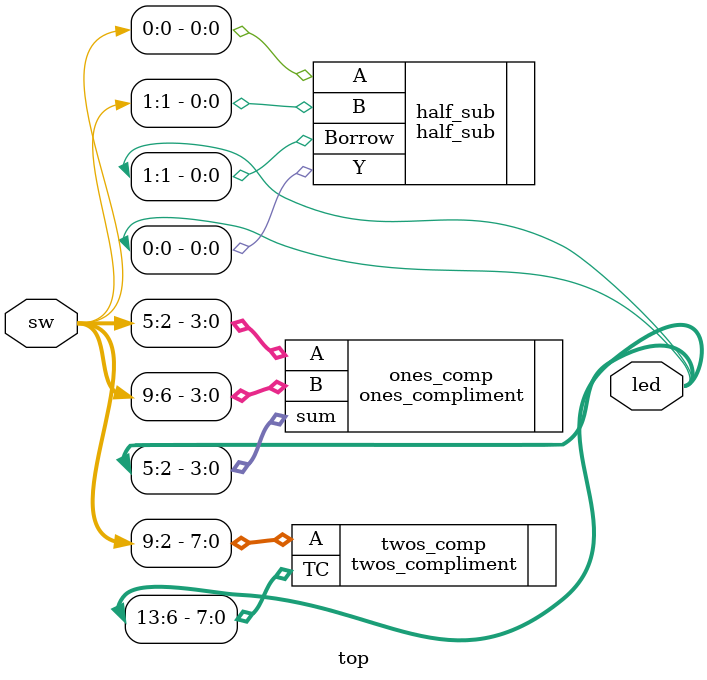
<source format=v>
module top(

    input [9:0]sw,
    output [13:0]led
    
    );
    
    half_sub half_sub (
        .A(sw[0]),
        .B(sw[1]),
        .Y(led[0]),
        .Borrow(led[1])
    );
      
    ones_compliment ones_comp (
        .A(sw[5:2]), 
        .B(sw[9:6]),
        .sum(led[5:2])
    );
    
    twos_compliment twos_comp (
        .A(sw[9:2]), 
        .TC(led[13:6])

    );

endmodule
</source>
